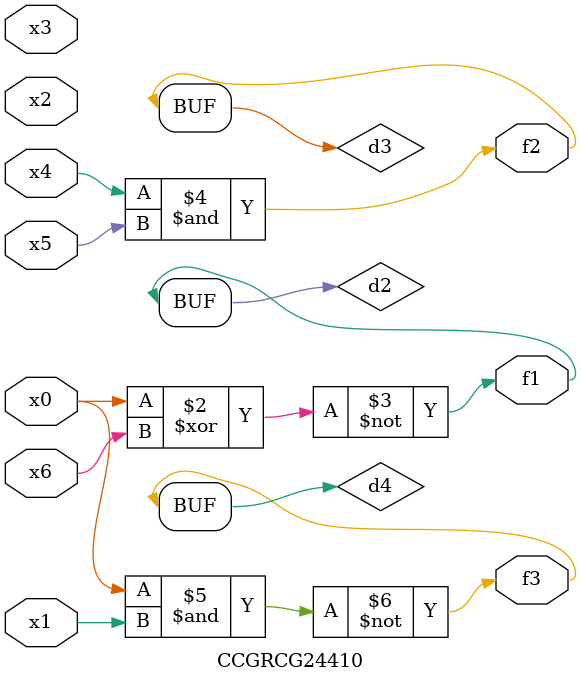
<source format=v>
module CCGRCG24410(
	input x0, x1, x2, x3, x4, x5, x6,
	output f1, f2, f3
);

	wire d1, d2, d3, d4;

	nor (d1, x0);
	xnor (d2, x0, x6);
	and (d3, x4, x5);
	nand (d4, x0, x1);
	assign f1 = d2;
	assign f2 = d3;
	assign f3 = d4;
endmodule

</source>
